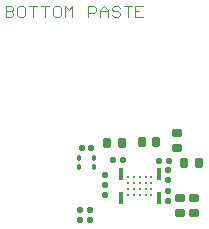
<source format=gbp>
G04*
G04 #@! TF.GenerationSoftware,Altium Limited,Altium Designer,20.2.6 (244)*
G04*
G04 Layer_Color=6710886*
%FSLAX25Y25*%
%MOIN*%
G70*
G04*
G04 #@! TF.SameCoordinates,A1248B6C-439F-447A-ADC8-1C90144166A7*
G04*
G04*
G04 #@! TF.FilePolarity,Positive*
G04*
G01*
G75*
%ADD10C,0.00394*%
G04:AMPARAMS|DCode=17|XSize=33.47mil|YSize=29.53mil|CornerRadius=5.91mil|HoleSize=0mil|Usage=FLASHONLY|Rotation=90.000|XOffset=0mil|YOffset=0mil|HoleType=Round|Shape=RoundedRectangle|*
%AMROUNDEDRECTD17*
21,1,0.03347,0.01772,0,0,90.0*
21,1,0.02165,0.02953,0,0,90.0*
1,1,0.01181,0.00886,0.01083*
1,1,0.01181,0.00886,-0.01083*
1,1,0.01181,-0.00886,-0.01083*
1,1,0.01181,-0.00886,0.01083*
%
%ADD17ROUNDEDRECTD17*%
G04:AMPARAMS|DCode=18|XSize=20.47mil|YSize=20.47mil|CornerRadius=4.1mil|HoleSize=0mil|Usage=FLASHONLY|Rotation=180.000|XOffset=0mil|YOffset=0mil|HoleType=Round|Shape=RoundedRectangle|*
%AMROUNDEDRECTD18*
21,1,0.02047,0.01228,0,0,180.0*
21,1,0.01228,0.02047,0,0,180.0*
1,1,0.00819,-0.00614,0.00614*
1,1,0.00819,0.00614,0.00614*
1,1,0.00819,0.00614,-0.00614*
1,1,0.00819,-0.00614,-0.00614*
%
%ADD18ROUNDEDRECTD18*%
G04:AMPARAMS|DCode=19|XSize=20.47mil|YSize=20.47mil|CornerRadius=4.1mil|HoleSize=0mil|Usage=FLASHONLY|Rotation=90.000|XOffset=0mil|YOffset=0mil|HoleType=Round|Shape=RoundedRectangle|*
%AMROUNDEDRECTD19*
21,1,0.02047,0.01228,0,0,90.0*
21,1,0.01228,0.02047,0,0,90.0*
1,1,0.00819,0.00614,0.00614*
1,1,0.00819,0.00614,-0.00614*
1,1,0.00819,-0.00614,-0.00614*
1,1,0.00819,-0.00614,0.00614*
%
%ADD19ROUNDEDRECTD19*%
G04:AMPARAMS|DCode=20|XSize=33.47mil|YSize=29.53mil|CornerRadius=5.91mil|HoleSize=0mil|Usage=FLASHONLY|Rotation=180.000|XOffset=0mil|YOffset=0mil|HoleType=Round|Shape=RoundedRectangle|*
%AMROUNDEDRECTD20*
21,1,0.03347,0.01772,0,0,180.0*
21,1,0.02165,0.02953,0,0,180.0*
1,1,0.01181,-0.01083,0.00886*
1,1,0.01181,0.01083,0.00886*
1,1,0.01181,0.01083,-0.00886*
1,1,0.01181,-0.01083,-0.00886*
%
%ADD20ROUNDEDRECTD20*%
G04:AMPARAMS|DCode=21|XSize=19.68mil|YSize=13.78mil|CornerRadius=3.45mil|HoleSize=0mil|Usage=FLASHONLY|Rotation=270.000|XOffset=0mil|YOffset=0mil|HoleType=Round|Shape=RoundedRectangle|*
%AMROUNDEDRECTD21*
21,1,0.01968,0.00689,0,0,270.0*
21,1,0.01280,0.01378,0,0,270.0*
1,1,0.00689,-0.00345,-0.00640*
1,1,0.00689,-0.00345,0.00640*
1,1,0.00689,0.00345,0.00640*
1,1,0.00689,0.00345,-0.00640*
%
%ADD21ROUNDEDRECTD21*%
G04:AMPARAMS|DCode=22|XSize=43.31mil|YSize=15.75mil|CornerRadius=2.36mil|HoleSize=0mil|Usage=FLASHONLY|Rotation=90.000|XOffset=0mil|YOffset=0mil|HoleType=Round|Shape=RoundedRectangle|*
%AMROUNDEDRECTD22*
21,1,0.04331,0.01102,0,0,90.0*
21,1,0.03858,0.01575,0,0,90.0*
1,1,0.00472,0.00551,0.01929*
1,1,0.00472,0.00551,-0.01929*
1,1,0.00472,-0.00551,-0.01929*
1,1,0.00472,-0.00551,0.01929*
%
%ADD22ROUNDEDRECTD22*%
%ADD23C,0.00787*%
D10*
X768715Y496069D02*
Y492134D01*
X770683D01*
X771339Y492790D01*
Y493446D01*
X770683Y494102D01*
X768715D01*
X770683D01*
X771339Y494758D01*
Y495413D01*
X770683Y496069D01*
X768715D01*
X774619D02*
X773307D01*
X772651Y495413D01*
Y492790D01*
X773307Y492134D01*
X774619D01*
X775275Y492790D01*
Y495413D01*
X774619Y496069D01*
X776586D02*
X779210D01*
X777898D01*
Y492134D01*
X780522Y496069D02*
X783146D01*
X781834D01*
Y492134D01*
X786426Y496069D02*
X785114D01*
X784458Y495413D01*
Y492790D01*
X785114Y492134D01*
X786426D01*
X787082Y492790D01*
Y495413D01*
X786426Y496069D01*
X788394Y492134D02*
Y496069D01*
X789706Y494758D01*
X791017Y496069D01*
Y492134D01*
X796265D02*
Y496069D01*
X798233D01*
X798889Y495413D01*
Y494102D01*
X798233Y493446D01*
X796265D01*
X800201Y492134D02*
Y494758D01*
X801513Y496069D01*
X802825Y494758D01*
Y492134D01*
Y494102D01*
X800201D01*
X806761Y495413D02*
X806104Y496069D01*
X804793D01*
X804137Y495413D01*
Y494758D01*
X804793Y494102D01*
X806104D01*
X806761Y493446D01*
Y492790D01*
X806104Y492134D01*
X804793D01*
X804137Y492790D01*
X808072Y496069D02*
X810696D01*
X809384D01*
Y492134D01*
X814632Y496069D02*
X812008D01*
Y492134D01*
X814632D01*
X812008Y494102D02*
X813320D01*
D17*
X814089Y450598D02*
D03*
X819010D02*
D03*
X802672Y450204D02*
D03*
X807593D02*
D03*
X833183Y443511D02*
D03*
X828262D02*
D03*
D18*
X801983Y436109D02*
D03*
Y432802D02*
D03*
X822849Y430834D02*
D03*
Y434141D02*
D03*
Y441228D02*
D03*
Y437921D02*
D03*
X801983Y436346D02*
D03*
Y439653D02*
D03*
D19*
X796943Y427763D02*
D03*
X793636D02*
D03*
X796943Y424613D02*
D03*
X793636D02*
D03*
X804463Y444692D02*
D03*
X807770D02*
D03*
X797337Y448629D02*
D03*
X794030D02*
D03*
X823321Y444299D02*
D03*
X820014D02*
D03*
D20*
X826786Y431799D02*
D03*
Y426877D02*
D03*
X825900Y453491D02*
D03*
Y448570D02*
D03*
X831510Y431799D02*
D03*
Y426877D02*
D03*
D21*
X798046Y445381D02*
D03*
X793321D02*
D03*
X798046Y442428D02*
D03*
X793321D02*
D03*
D22*
X819699Y432094D02*
D03*
Y439968D02*
D03*
X807101Y432094D02*
D03*
Y439968D02*
D03*
D23*
X809463Y433078D02*
D03*
Y435046D02*
D03*
Y437015D02*
D03*
Y438983D02*
D03*
X811432Y433078D02*
D03*
Y435046D02*
D03*
Y437015D02*
D03*
Y438983D02*
D03*
X813400Y433078D02*
D03*
Y435046D02*
D03*
Y437015D02*
D03*
Y438983D02*
D03*
X815368Y433078D02*
D03*
Y435046D02*
D03*
Y437015D02*
D03*
Y438983D02*
D03*
X817337D02*
D03*
Y437015D02*
D03*
Y435046D02*
D03*
Y433078D02*
D03*
M02*

</source>
